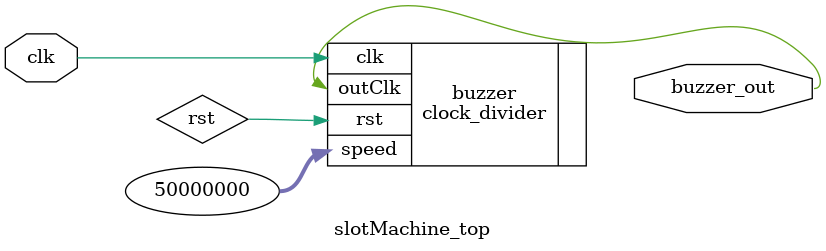
<source format=sv>
`timescale 1ns/1ns

module slotMachine_top(input clk, output buzzer_out);

    //reg clk;
    reg rst;
    reg [19:0] speed;
    wire outClk;

    clock_divider #(.BASESPEED(50000000)) buzzer (
        .clk(clk),
        .speed(50000000),
        .rst(rst),
        .outClk(buzzer_out)
    );


endmodule
</source>
